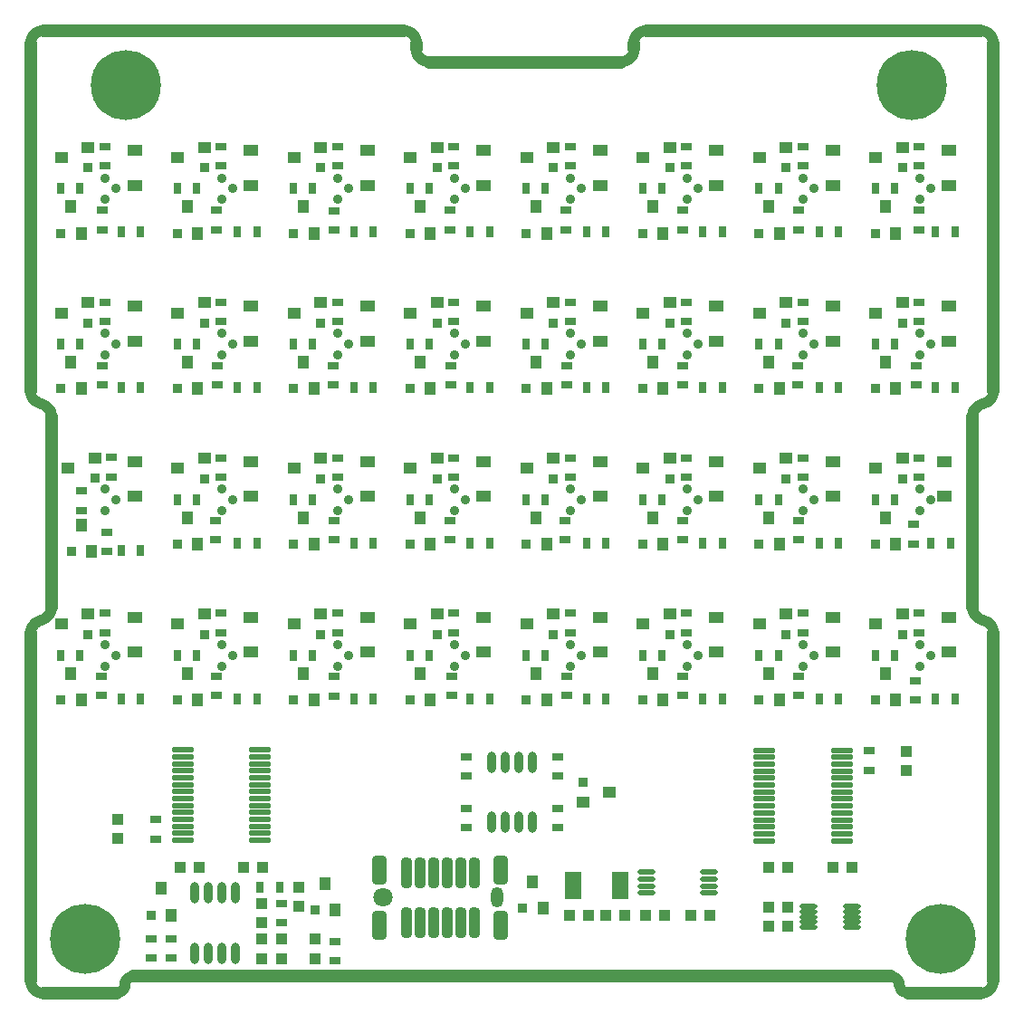
<source format=gbr>
G04*
G04 #@! TF.GenerationSoftware,Altium Limited,Altium Designer,24.1.2 (44)*
G04*
G04 Layer_Color=16711935*
%FSLAX44Y44*%
%MOMM*%
G71*
G04*
G04 #@! TF.SameCoordinates,32799FE6-DD90-4EFC-9ADB-317E97FF397D*
G04*
G04*
G04 #@! TF.FilePolarity,Negative*
G04*
G01*
G75*
%ADD17C,1.0000*%
%ADD33R,1.1032X0.8032*%
%ADD34R,1.0032X1.1032*%
%ADD35R,0.8032X1.1032*%
%ADD36R,1.1032X1.0032*%
%ADD41C,1.2032*%
%ADD42C,1.8032*%
%ADD43O,1.1532X1.9032*%
%ADD44C,6.5532*%
%ADD45C,1.7272*%
%ADD46C,0.9032*%
%ADD72R,0.9000X0.9500*%
%ADD75R,0.9500X0.9000*%
G04:AMPARAMS|DCode=84|XSize=1.4032mm|YSize=2.7032mm|CornerRadius=0.4016mm|HoleSize=0mm|Usage=FLASHONLY|Rotation=180.000|XOffset=0mm|YOffset=0mm|HoleType=Round|Shape=RoundedRectangle|*
%AMROUNDEDRECTD84*
21,1,1.4032,1.9000,0,0,180.0*
21,1,0.6000,2.7032,0,0,180.0*
1,1,0.8032,-0.3000,0.9500*
1,1,0.8032,0.3000,0.9500*
1,1,0.8032,0.3000,-0.9500*
1,1,0.8032,-0.3000,-0.9500*
%
%ADD84ROUNDEDRECTD84*%
G04:AMPARAMS|DCode=85|XSize=1.0032mm|YSize=2.8032mm|CornerRadius=0.3016mm|HoleSize=0mm|Usage=FLASHONLY|Rotation=180.000|XOffset=0mm|YOffset=0mm|HoleType=Round|Shape=RoundedRectangle|*
%AMROUNDEDRECTD85*
21,1,1.0032,2.2000,0,0,180.0*
21,1,0.4000,2.8032,0,0,180.0*
1,1,0.6032,-0.2000,1.1000*
1,1,0.6032,0.2000,1.1000*
1,1,0.6032,0.2000,-1.1000*
1,1,0.6032,-0.2000,-1.1000*
%
%ADD85ROUNDEDRECTD85*%
%ADD86R,1.1032X1.1532*%
%ADD87O,0.8032X2.0032*%
%ADD88R,1.4232X1.1132*%
%ADD89R,1.1532X1.1032*%
%ADD90O,2.0532X0.5832*%
%ADD91O,1.6532X0.4532*%
%ADD92R,1.6002X0.4826*%
%ADD93O,1.6532X0.5532*%
D17*
X-10Y562850D02*
X228Y560472D01*
X932Y558189D01*
X2075Y556090D01*
X3611Y554260D01*
X5479Y552770D01*
X7606Y551679D01*
X9906Y551032D01*
X19200Y539350D02*
X18962Y541728D01*
X18258Y544011D01*
X17115Y546110D01*
X15579Y547940D01*
X13711Y549430D01*
X11584Y550521D01*
X9284Y551168D01*
X96000Y16000D02*
X93528Y15609D01*
X91298Y14472D01*
X89528Y12702D01*
X88392Y10472D01*
X88000Y8000D01*
X880800Y360650D02*
X881038Y358272D01*
X881742Y355989D01*
X882885Y353890D01*
X884421Y352060D01*
X886289Y350570D01*
X888416Y349479D01*
X890716Y348832D01*
X888000Y0D02*
X890670Y301D01*
X893207Y1188D01*
X895482Y2618D01*
X897382Y4518D01*
X898812Y6793D01*
X899699Y9330D01*
X900000Y12000D01*
X12000Y900000D02*
X9330Y899699D01*
X6793Y898812D01*
X4518Y897382D01*
X2618Y895482D01*
X1188Y893207D01*
X301Y890670D01*
X0Y888000D01*
X812000Y8000D02*
X812392Y5528D01*
X813528Y3298D01*
X815298Y1528D01*
X817528Y391D01*
X820000Y0D01*
X80000D02*
X82472Y391D01*
X84702Y1528D01*
X86472Y3298D01*
X87608Y5528D01*
X88000Y8000D01*
X890074Y551072D02*
X892374Y551720D01*
X894501Y552810D01*
X896369Y554300D01*
X897905Y556130D01*
X899048Y558229D01*
X899752Y560512D01*
X899990Y562890D01*
X575900Y900000D02*
X573230Y899699D01*
X570693Y898812D01*
X568418Y897382D01*
X566518Y895482D01*
X565088Y893207D01*
X564201Y890670D01*
X563900Y888000D01*
X812000Y8000D02*
X811609Y10472D01*
X810472Y12702D01*
X808702Y14472D01*
X806472Y15609D01*
X804000Y16000D01*
X890716Y551168D02*
X888416Y550521D01*
X886289Y549430D01*
X884421Y547940D01*
X882885Y546110D01*
X881742Y544011D01*
X881038Y541728D01*
X880800Y539350D01*
X899990Y337130D02*
X899752Y339508D01*
X899048Y341791D01*
X897905Y343890D01*
X896369Y345720D01*
X894501Y347210D01*
X892374Y348301D01*
X890074Y348948D01*
X9284Y348832D02*
X11584Y349479D01*
X13711Y350570D01*
X15579Y352060D01*
X17115Y353890D01*
X18258Y355989D01*
X18962Y358272D01*
X19200Y360650D01*
X900000Y888000D02*
X899699Y890670D01*
X898812Y893207D01*
X897382Y895482D01*
X895482Y897382D01*
X893207Y898812D01*
X890670Y899699D01*
X888000Y900000D01*
X360700Y882700D02*
X361001Y880030D01*
X361888Y877493D01*
X363318Y875218D01*
X365218Y873318D01*
X367493Y871888D01*
X370030Y871001D01*
X372700Y870700D01*
X360700Y888000D02*
X360399Y890670D01*
X359512Y893207D01*
X358082Y895482D01*
X356182Y897382D01*
X353907Y898812D01*
X351370Y899699D01*
X348700Y900000D01*
X551900Y870700D02*
X554570Y871001D01*
X557107Y871888D01*
X559382Y873318D01*
X561282Y875218D01*
X562712Y877493D01*
X563599Y880030D01*
X563900Y882700D01*
X9916Y348968D02*
X7616Y348321D01*
X5489Y347230D01*
X3621Y345740D01*
X2085Y343910D01*
X942Y341811D01*
X238Y339528D01*
X0Y337150D01*
Y12000D02*
X301Y9330D01*
X1188Y6793D01*
X2618Y4518D01*
X4518Y2618D01*
X6793Y1188D01*
X9330Y301D01*
X12000Y0D01*
D33*
X65978Y278109D02*
D03*
X65979Y296268D02*
D03*
X66600Y714109D02*
D03*
X66601Y732268D02*
D03*
X830500Y714109D02*
D03*
X830501Y732268D02*
D03*
X70700Y412914D02*
D03*
X70701Y431073D02*
D03*
X172800Y424109D02*
D03*
X172801Y442268D02*
D03*
X66600Y568809D02*
D03*
X66601Y586968D02*
D03*
X501599Y568641D02*
D03*
X501600Y586800D02*
D03*
X609150Y568809D02*
D03*
X609151Y586968D02*
D03*
X717400Y568809D02*
D03*
X717401Y586968D02*
D03*
X828400Y568809D02*
D03*
X828401Y586968D02*
D03*
X499850Y424109D02*
D03*
X499851Y442268D02*
D03*
X717950Y424109D02*
D03*
X717951Y442268D02*
D03*
X174150Y568809D02*
D03*
X174151Y586968D02*
D03*
X282950Y568809D02*
D03*
X282951Y586968D02*
D03*
X825392Y420029D02*
D03*
X825394Y438188D02*
D03*
X391600Y424109D02*
D03*
X391601Y442268D02*
D03*
X283300Y424109D02*
D03*
X283301Y442268D02*
D03*
X609350Y424109D02*
D03*
X609351Y442268D02*
D03*
X609600Y278109D02*
D03*
X609601Y296268D02*
D03*
X283999Y713741D02*
D03*
X284000Y731900D02*
D03*
X391850Y714109D02*
D03*
X391851Y732268D02*
D03*
X234400Y83890D02*
D03*
X234399Y65731D02*
D03*
X609150Y714109D02*
D03*
X609151Y732268D02*
D03*
X717900Y714109D02*
D03*
X717901Y732268D02*
D03*
X173750Y714109D02*
D03*
X173751Y732268D02*
D03*
X500450Y714109D02*
D03*
X500451Y732268D02*
D03*
X392500Y568809D02*
D03*
X392501Y586968D02*
D03*
X283199Y278041D02*
D03*
X283200Y296200D02*
D03*
X717593Y278109D02*
D03*
X717594Y296268D02*
D03*
X827356Y274190D02*
D03*
X827357Y292349D02*
D03*
X393850Y278109D02*
D03*
X393851Y296268D02*
D03*
X501550Y278109D02*
D03*
X501551Y296268D02*
D03*
X173450Y278109D02*
D03*
X173451Y296268D02*
D03*
X784100Y208309D02*
D03*
X784101Y226468D02*
D03*
X116400Y162450D02*
D03*
X116399Y144291D02*
D03*
X112158Y33014D02*
D03*
X112160Y51173D02*
D03*
X131158Y33014D02*
D03*
X131160Y51173D02*
D03*
X284500Y48491D02*
D03*
X284499Y30332D02*
D03*
X492701Y220965D02*
D03*
X492700Y202806D02*
D03*
X407499Y154835D02*
D03*
X407500Y172994D02*
D03*
X69201Y355188D02*
D03*
X69200Y337029D02*
D03*
X47401Y469668D02*
D03*
X47400Y451509D02*
D03*
X75201Y500768D02*
D03*
X75200Y482609D02*
D03*
X69201Y791588D02*
D03*
X69200Y773429D02*
D03*
X830801Y500655D02*
D03*
X830800Y482496D02*
D03*
X492700Y172994D02*
D03*
X492699Y154835D02*
D03*
X407500Y202806D02*
D03*
X407501Y220965D02*
D03*
X830800Y337029D02*
D03*
X830801Y355188D02*
D03*
X830800Y773429D02*
D03*
X830801Y791588D02*
D03*
X722000Y337029D02*
D03*
X722001Y355188D02*
D03*
X613200Y337029D02*
D03*
X613201Y355188D02*
D03*
X504400Y337029D02*
D03*
X504401Y355188D02*
D03*
X395600Y337029D02*
D03*
X395601Y355188D02*
D03*
X286800Y337029D02*
D03*
X286801Y355188D02*
D03*
X178000Y337029D02*
D03*
X178001Y355188D02*
D03*
X722000Y482496D02*
D03*
X722001Y500655D02*
D03*
X613200Y482496D02*
D03*
X613201Y500655D02*
D03*
X504400Y482496D02*
D03*
X504401Y500655D02*
D03*
X395600Y482496D02*
D03*
X395601Y500655D02*
D03*
X286800Y482496D02*
D03*
X286801Y500655D02*
D03*
X178000Y482496D02*
D03*
X178001Y500655D02*
D03*
X830800Y627962D02*
D03*
X830801Y646121D02*
D03*
X722000Y627962D02*
D03*
X722001Y646121D02*
D03*
X613200Y627962D02*
D03*
X613201Y646121D02*
D03*
X504400Y627962D02*
D03*
X504401Y646121D02*
D03*
X395600Y627962D02*
D03*
X395601Y646121D02*
D03*
X286800Y627962D02*
D03*
X286801Y646121D02*
D03*
X178000Y627962D02*
D03*
X178001Y646121D02*
D03*
X69200Y627962D02*
D03*
X69201Y646121D02*
D03*
X722000Y773429D02*
D03*
X722001Y791588D02*
D03*
X613200Y773429D02*
D03*
X613201Y791588D02*
D03*
X504400Y773429D02*
D03*
X504401Y791588D02*
D03*
X395600Y773429D02*
D03*
X395601Y791588D02*
D03*
X286800Y773429D02*
D03*
X286801Y791588D02*
D03*
X178000Y773429D02*
D03*
X178001Y791588D02*
D03*
D34*
X818300Y208199D02*
D03*
Y226199D02*
D03*
X234400Y50514D02*
D03*
Y32514D02*
D03*
X215500Y66000D02*
D03*
Y84000D02*
D03*
X265500Y50514D02*
D03*
Y32514D02*
D03*
X250606Y81435D02*
D03*
Y99435D02*
D03*
X215500Y32514D02*
D03*
Y50514D02*
D03*
X690198Y80625D02*
D03*
Y62625D02*
D03*
X708198D02*
D03*
Y80625D02*
D03*
X81300Y144560D02*
D03*
Y162560D02*
D03*
D35*
X232659Y99199D02*
D03*
X214500Y99200D02*
D03*
X698891Y315921D02*
D03*
X680732Y315923D02*
D03*
X590091Y315921D02*
D03*
X571932Y315923D02*
D03*
X463132D02*
D03*
X481291Y315921D02*
D03*
X372491D02*
D03*
X354332Y315923D02*
D03*
X245532D02*
D03*
X263691Y315921D02*
D03*
X136732Y315923D02*
D03*
X154891Y315921D02*
D03*
X807691D02*
D03*
X789532Y315923D02*
D03*
X846121Y711675D02*
D03*
X864280Y711674D02*
D03*
X807691Y752321D02*
D03*
X789532Y752323D02*
D03*
X27932Y315923D02*
D03*
X46091Y315921D02*
D03*
Y606855D02*
D03*
X27932Y606856D02*
D03*
X46091Y752321D02*
D03*
X27932Y752323D02*
D03*
X84421Y711675D02*
D03*
X102580Y711674D02*
D03*
X245532Y606856D02*
D03*
X263691Y606855D02*
D03*
X789532Y606856D02*
D03*
X807691Y606855D02*
D03*
X680732Y606856D02*
D03*
X698891Y606855D02*
D03*
X136732Y606856D02*
D03*
X154891Y606855D02*
D03*
X463132Y606856D02*
D03*
X481291Y606855D02*
D03*
X571932Y606856D02*
D03*
X590091Y606855D02*
D03*
X354332Y606856D02*
D03*
X372491Y606855D02*
D03*
X193235Y275275D02*
D03*
X211394Y275274D02*
D03*
X519678Y420742D02*
D03*
X537837Y420741D02*
D03*
X737307Y420742D02*
D03*
X755466Y420741D02*
D03*
X628493Y420742D02*
D03*
X646651Y420741D02*
D03*
X193235Y566208D02*
D03*
X211394Y566207D02*
D03*
X519678Y275275D02*
D03*
X537837Y275274D02*
D03*
X841821Y420401D02*
D03*
X859980Y420400D02*
D03*
X410864Y566208D02*
D03*
X429023Y566207D02*
D03*
X519678Y566208D02*
D03*
X537837Y566207D02*
D03*
X193235Y420742D02*
D03*
X211394Y420741D02*
D03*
X84421Y566208D02*
D03*
X102580Y566207D02*
D03*
X846121Y566208D02*
D03*
X864280Y566207D02*
D03*
X84421Y414185D02*
D03*
X102580Y414184D02*
D03*
X302050Y275275D02*
D03*
X320209Y275274D02*
D03*
X846121Y275275D02*
D03*
X864280Y275274D02*
D03*
X737307Y566208D02*
D03*
X755466Y566207D02*
D03*
X410864Y420742D02*
D03*
X429023Y420741D02*
D03*
X245532Y461389D02*
D03*
X263691Y461388D02*
D03*
X354332Y461389D02*
D03*
X372491Y461388D02*
D03*
X354332Y752323D02*
D03*
X372491Y752321D02*
D03*
X263691D02*
D03*
X245532Y752323D02*
D03*
X590091Y461388D02*
D03*
X571932Y461389D02*
D03*
X755466Y275274D02*
D03*
X737307Y275275D02*
D03*
X646651Y275274D02*
D03*
X628493Y275275D02*
D03*
X429023Y275274D02*
D03*
X410864Y275275D02*
D03*
X102580Y275274D02*
D03*
X84421Y275275D02*
D03*
X807691Y461388D02*
D03*
X789532Y461389D02*
D03*
X698891Y461388D02*
D03*
X680732Y461389D02*
D03*
X481291Y461388D02*
D03*
X463132Y461389D02*
D03*
X320209Y420741D02*
D03*
X302050Y420742D02*
D03*
X154891Y461388D02*
D03*
X136732Y461389D02*
D03*
X646651Y566207D02*
D03*
X628493Y566208D02*
D03*
X320209Y566207D02*
D03*
X302050Y566208D02*
D03*
X755466Y711674D02*
D03*
X737307Y711675D02*
D03*
X698891Y752321D02*
D03*
X680732Y752323D02*
D03*
X646651Y711674D02*
D03*
X628493Y711675D02*
D03*
X590091Y752321D02*
D03*
X571932Y752323D02*
D03*
X481291Y752321D02*
D03*
X463132Y752323D02*
D03*
X537837Y711674D02*
D03*
X519678Y711675D02*
D03*
X429023Y711674D02*
D03*
X410864Y711675D02*
D03*
X320209Y711674D02*
D03*
X302050Y711675D02*
D03*
X211394Y711674D02*
D03*
X193235Y711675D02*
D03*
X154891Y752321D02*
D03*
X136732Y752323D02*
D03*
D36*
X574567Y72700D02*
D03*
X592567D02*
D03*
X616833D02*
D03*
X634833D02*
D03*
X217064Y117400D02*
D03*
X199064D02*
D03*
X157298D02*
D03*
X139298D02*
D03*
X708198Y117300D02*
D03*
X690198D02*
D03*
X767964D02*
D03*
X749964D02*
D03*
X537200Y72700D02*
D03*
X555200D02*
D03*
X503500D02*
D03*
X521500D02*
D03*
D41*
X12000Y900000D02*
X348700D01*
X19200Y360650D02*
Y539350D01*
X372700Y870700D02*
X551900D01*
X0Y12000D02*
Y337150D01*
X575900Y900000D02*
X888000D01*
X360700Y882700D02*
Y888000D01*
X96000Y16000D02*
X804000D01*
X899990Y562890D02*
Y887990D01*
X12000Y0D02*
X80000D01*
X563900Y882700D02*
Y888000D01*
X820000Y0D02*
X888000D01*
X880800Y360650D02*
Y539350D01*
X900000Y12000D02*
Y337120D01*
X0Y562860D02*
Y888000D01*
D42*
X329380Y89480D02*
D03*
D43*
X436380D02*
D03*
D44*
X823800Y849200D02*
D03*
X88900D02*
D03*
X850900Y50795D02*
D03*
X50800D02*
D03*
D45*
X823800Y872060D02*
D03*
X800940Y849200D02*
D03*
X823800Y826340D02*
D03*
X846660Y849200D02*
D03*
X839965Y865365D02*
D03*
X807635D02*
D03*
Y833036D02*
D03*
X839965D02*
D03*
X88900Y872060D02*
D03*
X66040Y849200D02*
D03*
X88900Y826340D02*
D03*
X111760Y849200D02*
D03*
X105064Y865365D02*
D03*
X72736D02*
D03*
Y833036D02*
D03*
X105064D02*
D03*
X867065Y34631D02*
D03*
X834735D02*
D03*
Y66960D02*
D03*
X867065D02*
D03*
X873760Y50795D02*
D03*
X850900Y27936D02*
D03*
X828040Y50795D02*
D03*
X850900Y73656D02*
D03*
X66965Y34631D02*
D03*
X34636D02*
D03*
Y66960D02*
D03*
X66965D02*
D03*
X73660Y50795D02*
D03*
X50800Y27936D02*
D03*
X27940Y50795D02*
D03*
X50800Y73656D02*
D03*
D46*
X79562Y315879D02*
D03*
X69562Y325879D02*
D03*
Y305879D02*
D03*
X188362Y752279D02*
D03*
X178362Y762279D02*
D03*
Y742280D02*
D03*
X79562Y752279D02*
D03*
X69562Y762279D02*
D03*
Y742279D02*
D03*
X79562Y606812D02*
D03*
X69562Y616812D02*
D03*
Y596812D02*
D03*
X79562Y461345D02*
D03*
X69562Y471345D02*
D03*
Y451345D02*
D03*
X722362Y305879D02*
D03*
Y325879D02*
D03*
X732362Y315879D02*
D03*
X831161Y451345D02*
D03*
Y471345D02*
D03*
X841161Y461345D02*
D03*
X831161Y596812D02*
D03*
Y616812D02*
D03*
X841161Y606812D02*
D03*
X831161Y742279D02*
D03*
Y762279D02*
D03*
X841161Y752279D02*
D03*
X722362Y742279D02*
D03*
Y762279D02*
D03*
X732362Y752279D02*
D03*
X613562Y742279D02*
D03*
Y762279D02*
D03*
X623562Y752279D02*
D03*
X504762Y742279D02*
D03*
Y762279D02*
D03*
X514762Y752279D02*
D03*
X395961Y742279D02*
D03*
Y762279D02*
D03*
X405961Y752279D02*
D03*
X287162Y742279D02*
D03*
Y762279D02*
D03*
X297162Y752279D02*
D03*
X178362Y596812D02*
D03*
Y616812D02*
D03*
X188362Y606812D02*
D03*
X287162Y596812D02*
D03*
Y616812D02*
D03*
X297162Y606812D02*
D03*
X395961Y596812D02*
D03*
Y616812D02*
D03*
X405961Y606812D02*
D03*
X504762Y596812D02*
D03*
Y616812D02*
D03*
X514762Y606812D02*
D03*
X613562Y596812D02*
D03*
Y616812D02*
D03*
X623562Y606812D02*
D03*
X722362Y596812D02*
D03*
Y616812D02*
D03*
X732362Y606812D02*
D03*
X178362Y451345D02*
D03*
Y471345D02*
D03*
X188362Y461345D02*
D03*
X287162Y305879D02*
D03*
Y325879D02*
D03*
X297162Y315879D02*
D03*
X178362Y305879D02*
D03*
Y325879D02*
D03*
X188362Y315879D02*
D03*
X722362Y451345D02*
D03*
Y471345D02*
D03*
X732362Y461345D02*
D03*
X613562Y451345D02*
D03*
Y471345D02*
D03*
X623562Y461345D02*
D03*
X504762Y451345D02*
D03*
Y471345D02*
D03*
X514762Y461345D02*
D03*
X395961Y451345D02*
D03*
Y471345D02*
D03*
X405961Y461345D02*
D03*
X287162Y451345D02*
D03*
Y471345D02*
D03*
X297162Y461345D02*
D03*
X395961Y305879D02*
D03*
Y325879D02*
D03*
X405961Y315879D02*
D03*
X504762Y305879D02*
D03*
Y325879D02*
D03*
X514762Y315879D02*
D03*
X613562Y305879D02*
D03*
Y325879D02*
D03*
X623562Y315879D02*
D03*
X831161Y305879D02*
D03*
Y325879D02*
D03*
X841161Y315879D02*
D03*
D72*
X265500Y77500D02*
D03*
X112158Y73200D02*
D03*
X789591Y710590D02*
D03*
X37661Y413100D02*
D03*
X27991Y274190D02*
D03*
Y710590D02*
D03*
X459821Y79172D02*
D03*
X245591Y710590D02*
D03*
X789591Y274190D02*
D03*
X680791Y565123D02*
D03*
X354391D02*
D03*
X571991Y710590D02*
D03*
X463191Y565123D02*
D03*
X136791Y419657D02*
D03*
X463191Y710590D02*
D03*
X27991Y565123D02*
D03*
X680791Y710590D02*
D03*
X789591Y565123D02*
D03*
X136791Y710590D02*
D03*
X571991Y419657D02*
D03*
Y565123D02*
D03*
X680791Y274190D02*
D03*
X571991D02*
D03*
X463191D02*
D03*
X354391D02*
D03*
X245591D02*
D03*
X136791D02*
D03*
X789591Y419657D02*
D03*
X680791D02*
D03*
X463191D02*
D03*
X354391D02*
D03*
X245591D02*
D03*
Y565123D02*
D03*
X136791D02*
D03*
X354391Y710590D02*
D03*
D75*
X162297Y772050D02*
D03*
X815097Y772050D02*
D03*
X53497Y335650D02*
D03*
X59900Y481760D02*
D03*
X53497Y772050D02*
D03*
X597497D02*
D03*
X488697D02*
D03*
X706297D02*
D03*
X379897D02*
D03*
X271097D02*
D03*
X597497Y626583D02*
D03*
Y481116D02*
D03*
X516400Y197639D02*
D03*
X815097Y335650D02*
D03*
X706297D02*
D03*
X597497D02*
D03*
X488697D02*
D03*
X379897D02*
D03*
X271097D02*
D03*
X162297D02*
D03*
X815097Y481116D02*
D03*
X706297D02*
D03*
X488697D02*
D03*
X379897D02*
D03*
X271097D02*
D03*
X162297D02*
D03*
X815097Y626583D02*
D03*
X706297D02*
D03*
X488697D02*
D03*
X379897D02*
D03*
X271097D02*
D03*
X162297D02*
D03*
X53497D02*
D03*
D84*
X326180Y63480D02*
D03*
X439580D02*
D03*
X326180Y115480D02*
D03*
X439580D02*
D03*
D85*
X351130Y66130D02*
D03*
X376530D02*
D03*
X389230D02*
D03*
X401930D02*
D03*
X414630D02*
D03*
X363830D02*
D03*
X351130Y112830D02*
D03*
X363830D02*
D03*
X376530D02*
D03*
X414630D02*
D03*
X401930D02*
D03*
X389230D02*
D03*
D86*
X284500Y77500D02*
D03*
X275000Y102500D02*
D03*
X121658Y98200D02*
D03*
X131158Y73200D02*
D03*
X799091Y735590D02*
D03*
X808591Y710590D02*
D03*
X56661Y413100D02*
D03*
X47161Y438100D02*
D03*
X37491Y299190D02*
D03*
X46991Y274190D02*
D03*
X37491Y735590D02*
D03*
X46991Y710590D02*
D03*
X478821Y79172D02*
D03*
X469321Y104172D02*
D03*
X255091Y735590D02*
D03*
X264591Y710590D02*
D03*
X808591Y274190D02*
D03*
X799091Y299190D02*
D03*
X699791Y565123D02*
D03*
X690291Y590123D02*
D03*
X373391Y565123D02*
D03*
X363891Y590123D02*
D03*
X590991Y710590D02*
D03*
X581491Y735590D02*
D03*
X482191Y565123D02*
D03*
X472691Y590123D02*
D03*
X155791Y419657D02*
D03*
X146291Y444657D02*
D03*
X482191Y710590D02*
D03*
X472691Y735590D02*
D03*
X46991Y565123D02*
D03*
X37491Y590123D02*
D03*
X699791Y710590D02*
D03*
X690291Y735590D02*
D03*
X808591Y565123D02*
D03*
X799091Y590123D02*
D03*
X155791Y710590D02*
D03*
X146291Y735590D02*
D03*
X581491Y444657D02*
D03*
X590991Y419657D02*
D03*
X581491Y590123D02*
D03*
X590991Y565123D02*
D03*
X690291Y299190D02*
D03*
X699791Y274190D02*
D03*
X581491Y299190D02*
D03*
X590991Y274190D02*
D03*
X472691Y299190D02*
D03*
X482191Y274190D02*
D03*
X363891Y299190D02*
D03*
X373391Y274190D02*
D03*
X255091Y299190D02*
D03*
X264591Y274190D02*
D03*
X146291Y299190D02*
D03*
X155791Y274190D02*
D03*
X799091Y444657D02*
D03*
X808591Y419657D02*
D03*
X690291Y444657D02*
D03*
X699791Y419657D02*
D03*
X472691Y444657D02*
D03*
X482191Y419657D02*
D03*
X363891Y444657D02*
D03*
X373391Y419657D02*
D03*
X255091Y444657D02*
D03*
X264591Y419657D02*
D03*
X255091Y590123D02*
D03*
X264591Y565123D02*
D03*
X146291Y590123D02*
D03*
X155791Y565123D02*
D03*
X363891Y735590D02*
D03*
X373391Y710590D02*
D03*
D87*
X152850Y93950D02*
D03*
X165550D02*
D03*
X178250D02*
D03*
X190950D02*
D03*
X152850Y37450D02*
D03*
X165550D02*
D03*
X178250D02*
D03*
X190950D02*
D03*
X430950Y216150D02*
D03*
X443650D02*
D03*
X456350D02*
D03*
X469050D02*
D03*
X430950Y159650D02*
D03*
X443650D02*
D03*
X456350D02*
D03*
X469050D02*
D03*
D88*
X423443Y609842D02*
D03*
Y642542D02*
D03*
X97000Y609842D02*
D03*
Y642542D02*
D03*
X858700Y609842D02*
D03*
Y642542D02*
D03*
X854400Y464600D02*
D03*
Y497300D02*
D03*
X205814Y609842D02*
D03*
Y642542D02*
D03*
X314629Y609842D02*
D03*
Y642542D02*
D03*
X97000Y318909D02*
D03*
Y351609D02*
D03*
Y497076D02*
D03*
Y464376D02*
D03*
Y788009D02*
D03*
Y755309D02*
D03*
X205814D02*
D03*
Y788009D02*
D03*
X641071Y755309D02*
D03*
Y788009D02*
D03*
X423443Y755309D02*
D03*
Y788009D02*
D03*
X749886Y755309D02*
D03*
Y788009D02*
D03*
X858700Y755309D02*
D03*
Y788009D02*
D03*
X314629Y755309D02*
D03*
Y788009D02*
D03*
X532257Y755309D02*
D03*
Y788009D02*
D03*
X858700Y351609D02*
D03*
Y318909D02*
D03*
X423443Y351609D02*
D03*
Y318909D02*
D03*
X532257Y351609D02*
D03*
Y318909D02*
D03*
X641071Y351609D02*
D03*
Y318909D02*
D03*
X749886Y351609D02*
D03*
Y318909D02*
D03*
X314629Y351609D02*
D03*
Y318909D02*
D03*
X205814Y351609D02*
D03*
Y318909D02*
D03*
X749886Y497076D02*
D03*
Y464376D02*
D03*
X641071Y497076D02*
D03*
Y464376D02*
D03*
X532257Y497076D02*
D03*
Y464376D02*
D03*
X423443Y497076D02*
D03*
Y464376D02*
D03*
X314629Y497076D02*
D03*
Y464376D02*
D03*
X532257Y642542D02*
D03*
Y609842D02*
D03*
X641071Y642542D02*
D03*
Y609842D02*
D03*
X749886Y642542D02*
D03*
Y609842D02*
D03*
X205814Y497076D02*
D03*
Y464376D02*
D03*
D89*
X137297Y781550D02*
D03*
X162297Y791050D02*
D03*
X790097Y781550D02*
D03*
X815097Y791050D02*
D03*
X28497Y345150D02*
D03*
X53497Y354650D02*
D03*
X34900Y491260D02*
D03*
X59900Y500760D02*
D03*
X28497Y781550D02*
D03*
X53497Y791050D02*
D03*
X597497D02*
D03*
X572497Y781550D02*
D03*
X488697Y791050D02*
D03*
X463697Y781550D02*
D03*
X706297Y791050D02*
D03*
X681297Y781550D02*
D03*
X379897Y791050D02*
D03*
X354897Y781550D02*
D03*
X271097Y791050D02*
D03*
X246097Y781550D02*
D03*
X572497Y636083D02*
D03*
X597497Y645583D02*
D03*
X572497Y490616D02*
D03*
X597497Y500117D02*
D03*
X541400Y188139D02*
D03*
X516400Y178639D02*
D03*
X790097Y345150D02*
D03*
X815097Y354650D02*
D03*
X681297Y345150D02*
D03*
X706297Y354650D02*
D03*
X572497Y345150D02*
D03*
X597497Y354650D02*
D03*
X463697Y345150D02*
D03*
X488697Y354650D02*
D03*
X354897Y345150D02*
D03*
X379897Y354650D02*
D03*
X246097Y345150D02*
D03*
X271097Y354650D02*
D03*
X137297Y345150D02*
D03*
X162297Y354650D02*
D03*
X790097Y490616D02*
D03*
X815097Y500117D02*
D03*
X681297Y490616D02*
D03*
X706297Y500117D02*
D03*
X463697Y490616D02*
D03*
X488697Y500117D02*
D03*
X354897Y490616D02*
D03*
X379897Y500117D02*
D03*
X246097Y490616D02*
D03*
X271097Y500117D02*
D03*
X137297Y490616D02*
D03*
X162297Y500117D02*
D03*
X790097Y636083D02*
D03*
X815097Y645583D02*
D03*
X681297Y636083D02*
D03*
X706297Y645583D02*
D03*
X463697Y636083D02*
D03*
X488697Y645583D02*
D03*
X354897Y636083D02*
D03*
X379897Y645583D02*
D03*
X246097Y636083D02*
D03*
X271097Y645583D02*
D03*
X137297Y636083D02*
D03*
X162297Y645583D02*
D03*
X28497Y636083D02*
D03*
X53497Y645583D02*
D03*
D90*
X686181Y142576D02*
D03*
Y227076D02*
D03*
Y220576D02*
D03*
Y214076D02*
D03*
Y207575D02*
D03*
Y201075D02*
D03*
Y181576D02*
D03*
Y175076D02*
D03*
Y162076D02*
D03*
Y155576D02*
D03*
Y149076D02*
D03*
Y168576D02*
D03*
X758181Y201076D02*
D03*
Y181576D02*
D03*
Y220576D02*
D03*
Y214076D02*
D03*
Y207576D02*
D03*
Y194576D02*
D03*
Y188076D02*
D03*
Y175076D02*
D03*
Y168576D02*
D03*
Y162076D02*
D03*
Y155576D02*
D03*
Y149076D02*
D03*
Y142576D02*
D03*
Y227076D02*
D03*
X686181Y194576D02*
D03*
Y188076D02*
D03*
X214181Y175450D02*
D03*
X142181Y142950D02*
D03*
Y227450D02*
D03*
Y220950D02*
D03*
Y214450D02*
D03*
Y207950D02*
D03*
Y201450D02*
D03*
Y194950D02*
D03*
Y181950D02*
D03*
Y175450D02*
D03*
Y162450D02*
D03*
Y155950D02*
D03*
Y149450D02*
D03*
Y188450D02*
D03*
Y168950D02*
D03*
X214181Y201450D02*
D03*
Y181950D02*
D03*
Y220950D02*
D03*
Y214450D02*
D03*
Y207950D02*
D03*
Y194950D02*
D03*
Y188450D02*
D03*
Y168950D02*
D03*
Y162450D02*
D03*
Y155950D02*
D03*
Y149450D02*
D03*
Y142950D02*
D03*
Y227450D02*
D03*
D91*
X767950Y81500D02*
D03*
Y76500D02*
D03*
Y71500D02*
D03*
Y66500D02*
D03*
Y61500D02*
D03*
X727450Y81500D02*
D03*
Y76500D02*
D03*
Y71500D02*
D03*
Y66500D02*
D03*
Y61500D02*
D03*
D92*
X507256Y90892D02*
D03*
Y95896D02*
D03*
Y100900D02*
D03*
Y105904D02*
D03*
Y110908D02*
D03*
X550944D02*
D03*
Y105904D02*
D03*
Y100900D02*
D03*
Y95896D02*
D03*
Y90892D02*
D03*
D93*
X633950Y113250D02*
D03*
Y106750D02*
D03*
Y100250D02*
D03*
Y93750D02*
D03*
X575450Y113250D02*
D03*
Y106750D02*
D03*
Y100250D02*
D03*
Y93750D02*
D03*
M02*

</source>
